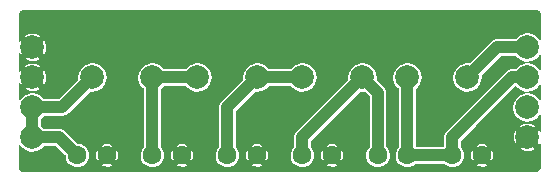
<source format=gbr>
%TF.GenerationSoftware,KiCad,Pcbnew,(6.0.0)*%
%TF.CreationDate,2022-01-14T09:56:19+02:00*%
%TF.ProjectId,uSDX_BPF,75534458-5f42-4504-962e-6b696361645f,rev?*%
%TF.SameCoordinates,Original*%
%TF.FileFunction,Copper,L2,Bot*%
%TF.FilePolarity,Positive*%
%FSLAX46Y46*%
G04 Gerber Fmt 4.6, Leading zero omitted, Abs format (unit mm)*
G04 Created by KiCad (PCBNEW (6.0.0)) date 2022-01-14 09:56:19*
%MOMM*%
%LPD*%
G01*
G04 APERTURE LIST*
%TA.AperFunction,ComponentPad*%
%ADD10C,1.600000*%
%TD*%
%TA.AperFunction,ComponentPad*%
%ADD11C,2.000000*%
%TD*%
%TA.AperFunction,ViaPad*%
%ADD12C,0.800000*%
%TD*%
%TA.AperFunction,Conductor*%
%ADD13C,1.000000*%
%TD*%
G04 APERTURE END LIST*
D10*
%TO.P,C6,2*%
%TO.N,GND*%
X93940000Y-45466000D03*
%TO.P,C6,1*%
%TO.N,Net-(C5-Pad1)*%
X91440000Y-45466000D03*
%TD*%
%TO.P,C5,2*%
%TO.N,Net-(C4-Pad1)*%
X85130000Y-45466000D03*
%TO.P,C5,1*%
%TO.N,Net-(C5-Pad1)*%
X87630000Y-45466000D03*
%TD*%
%TO.P,C4,2*%
%TO.N,GND*%
X81240000Y-45466000D03*
%TO.P,C4,1*%
%TO.N,Net-(C4-Pad1)*%
X78740000Y-45466000D03*
%TD*%
%TO.P,C3,2*%
%TO.N,GND*%
X74890000Y-45466000D03*
%TO.P,C3,1*%
%TO.N,Net-(C3-Pad1)*%
X72390000Y-45466000D03*
%TD*%
%TO.P,C2,2*%
%TO.N,GND*%
X68540000Y-45466000D03*
%TO.P,C2,1*%
%TO.N,Net-(C2-Pad1)*%
X66040000Y-45466000D03*
%TD*%
%TO.P,C1,2*%
%TO.N,GND*%
X62190000Y-45466000D03*
%TO.P,C1,1*%
%TO.N,Net-(C1-Pad1)*%
X59690000Y-45466000D03*
%TD*%
D11*
%TO.P,L4,2*%
%TO.N,Net-(L4-Pad2)*%
X92710000Y-38862000D03*
%TO.P,L4,1*%
%TO.N,Net-(C5-Pad1)*%
X87630000Y-38862000D03*
%TD*%
%TO.P,L3,2*%
%TO.N,Net-(C4-Pad1)*%
X83820000Y-38862000D03*
%TO.P,L3,1*%
%TO.N,Net-(C3-Pad1)*%
X78740000Y-38862000D03*
%TD*%
%TO.P,L2,2*%
%TO.N,Net-(C3-Pad1)*%
X74930000Y-38862000D03*
%TO.P,L2,1*%
%TO.N,Net-(C2-Pad1)*%
X69850000Y-38862000D03*
%TD*%
%TO.P,L1,2*%
%TO.N,Net-(C2-Pad1)*%
X66040000Y-38862000D03*
%TO.P,L1,1*%
%TO.N,Net-(C1-Pad1)*%
X60960000Y-38862000D03*
%TD*%
%TO.P,GND,1*%
%TO.N,GND*%
X55880000Y-36322000D03*
%TD*%
%TO.P, ,1*%
%TO.N,GND*%
X55880000Y-38862000D03*
%TD*%
%TO.P,ANT2,1*%
%TO.N,Net-(C1-Pad1)*%
X55880000Y-41402000D03*
%TD*%
%TO.P,ANT1,1*%
%TO.N,Net-(C1-Pad1)*%
X55880000Y-43942000D03*
%TD*%
%TO.P,+12V,1*%
%TO.N,Net-(L4-Pad2)*%
X97790000Y-36322000D03*
%TD*%
%TO.P,TX,1*%
%TO.N,Net-(C5-Pad1)*%
X97790000Y-38862000D03*
%TD*%
%TO.P,RX,1*%
%TO.N,Net-(C4-Pad1)*%
X97790000Y-41402000D03*
%TD*%
%TO.P,GND,1*%
%TO.N,GND*%
X97790000Y-43942000D03*
%TD*%
D12*
%TO.N,GND*%
X57912000Y-34798000D03*
X66548000Y-35052000D03*
X63500000Y-35052000D03*
X59944000Y-42672000D03*
X63500000Y-38862000D03*
X63500000Y-43180000D03*
X71120000Y-40386000D03*
X72390000Y-37846000D03*
X70612000Y-34544000D03*
X74422000Y-34544000D03*
X68072000Y-37084000D03*
X70358000Y-42672000D03*
X68072000Y-43180000D03*
X74168000Y-42672000D03*
X76708000Y-37084000D03*
X76962000Y-40640000D03*
X76708000Y-43434000D03*
X82296000Y-36830000D03*
X79756000Y-35814000D03*
X79756000Y-40640000D03*
X84582000Y-35052000D03*
X88138000Y-35052000D03*
X86360000Y-40894000D03*
X86360000Y-43180000D03*
X85852000Y-38100000D03*
X57912000Y-39878000D03*
X90678000Y-35560000D03*
X91694000Y-37084000D03*
X89154000Y-41402000D03*
X90170000Y-42672000D03*
X94488000Y-42672000D03*
X96012000Y-42672000D03*
X96012000Y-45212000D03*
X95758000Y-37846000D03*
X94488000Y-39116000D03*
X93472000Y-35052000D03*
X83566000Y-41910000D03*
X82296000Y-43180000D03*
%TD*%
D13*
%TO.N,Net-(C1-Pad1)*%
X55880000Y-41402000D02*
X55880000Y-43942000D01*
X58166000Y-43942000D02*
X59690000Y-45466000D01*
X55880000Y-43942000D02*
X58166000Y-43942000D01*
X58420000Y-41402000D02*
X60960000Y-38862000D01*
X55880000Y-41402000D02*
X58420000Y-41402000D01*
%TO.N,Net-(C2-Pad1)*%
X66040000Y-38862000D02*
X69850000Y-38862000D01*
X66040000Y-38862000D02*
X66040000Y-45466000D01*
%TO.N,Net-(C3-Pad1)*%
X72390000Y-41402000D02*
X74930000Y-38862000D01*
X72390000Y-45466000D02*
X72390000Y-41402000D01*
X74930000Y-38862000D02*
X78740000Y-38862000D01*
%TO.N,Net-(C4-Pad1)*%
X78740000Y-43942000D02*
X83820000Y-38862000D01*
X78740000Y-45466000D02*
X78740000Y-43942000D01*
X85130000Y-40172000D02*
X83820000Y-38862000D01*
X85130000Y-45466000D02*
X85130000Y-40172000D01*
%TO.N,Net-(C5-Pad1)*%
X87630000Y-38862000D02*
X87630000Y-45466000D01*
X91440000Y-45466000D02*
X91440000Y-43942000D01*
X91440000Y-43942000D02*
X96520000Y-38862000D01*
X96520000Y-38862000D02*
X97790000Y-38862000D01*
X87630000Y-45466000D02*
X91440000Y-45466000D01*
%TO.N,Net-(L4-Pad2)*%
X92710000Y-38862000D02*
X95250000Y-36322000D01*
X95250000Y-36322000D02*
X97790000Y-36322000D01*
%TD*%
%TA.AperFunction,Conductor*%
%TO.N,GND*%
G36*
X98538486Y-33171670D02*
G01*
X98545767Y-33173621D01*
X98545768Y-33173621D01*
X98552000Y-33175291D01*
X98558232Y-33173621D01*
X98564683Y-33173621D01*
X98564683Y-33173686D01*
X98574902Y-33173015D01*
X98638264Y-33181357D01*
X98650617Y-33184668D01*
X98725042Y-33215495D01*
X98736114Y-33221887D01*
X98800029Y-33270931D01*
X98809069Y-33279971D01*
X98858113Y-33343886D01*
X98864506Y-33354960D01*
X98895332Y-33429382D01*
X98898643Y-33441737D01*
X98906985Y-33505097D01*
X98906314Y-33515317D01*
X98906379Y-33515317D01*
X98906379Y-33521768D01*
X98904709Y-33528000D01*
X98906379Y-33534232D01*
X98906379Y-33534233D01*
X98908330Y-33541514D01*
X98910000Y-33554196D01*
X98910000Y-35668868D01*
X98895648Y-35703516D01*
X98861000Y-35717868D01*
X98826352Y-35703516D01*
X98819223Y-35694474D01*
X98818972Y-35694064D01*
X98817980Y-35692053D01*
X98765211Y-35621387D01*
X98687315Y-35517072D01*
X98687314Y-35517071D01*
X98685967Y-35515267D01*
X98523949Y-35365499D01*
X98337350Y-35247764D01*
X98256389Y-35215464D01*
X98134505Y-35166837D01*
X98134501Y-35166836D01*
X98132421Y-35166006D01*
X98130220Y-35165568D01*
X98130216Y-35165567D01*
X97988988Y-35137475D01*
X97916024Y-35122962D01*
X97810920Y-35121586D01*
X97697654Y-35120103D01*
X97697649Y-35120103D01*
X97695406Y-35120074D01*
X97693189Y-35120455D01*
X97693188Y-35120455D01*
X97626857Y-35131853D01*
X97477957Y-35157438D01*
X97475853Y-35158214D01*
X97475850Y-35158215D01*
X97273065Y-35233026D01*
X97273062Y-35233027D01*
X97270957Y-35233804D01*
X97269029Y-35234951D01*
X97269027Y-35234952D01*
X97083272Y-35345465D01*
X97081341Y-35346614D01*
X97079653Y-35348094D01*
X97079652Y-35348095D01*
X97058067Y-35367025D01*
X96915457Y-35492090D01*
X96828152Y-35602837D01*
X96795431Y-35621160D01*
X96789672Y-35621500D01*
X95276025Y-35621500D01*
X95272692Y-35621387D01*
X95225927Y-35618199D01*
X95213070Y-35617322D01*
X95153994Y-35627633D01*
X95148900Y-35628522D01*
X95146365Y-35628897D01*
X95081680Y-35636724D01*
X95078915Y-35637769D01*
X95078914Y-35637769D01*
X95068653Y-35641646D01*
X95059760Y-35644079D01*
X95056246Y-35644692D01*
X95046046Y-35646473D01*
X94986385Y-35672662D01*
X94984055Y-35673614D01*
X94943153Y-35689069D01*
X94925842Y-35695610D01*
X94925841Y-35695611D01*
X94923077Y-35696655D01*
X94920640Y-35698330D01*
X94920636Y-35698332D01*
X94911603Y-35704540D01*
X94903545Y-35709025D01*
X94893507Y-35713432D01*
X94893504Y-35713434D01*
X94890797Y-35714622D01*
X94886567Y-35717868D01*
X94839116Y-35754278D01*
X94837041Y-35755786D01*
X94798362Y-35782370D01*
X94783349Y-35792688D01*
X94781384Y-35794893D01*
X94781381Y-35794896D01*
X94740929Y-35840299D01*
X94738992Y-35842351D01*
X92923237Y-37658106D01*
X92888589Y-37672458D01*
X92879035Y-37671517D01*
X92836024Y-37662962D01*
X92734677Y-37661635D01*
X92617654Y-37660103D01*
X92617649Y-37660103D01*
X92615406Y-37660074D01*
X92613189Y-37660455D01*
X92613188Y-37660455D01*
X92548811Y-37671517D01*
X92397957Y-37697438D01*
X92395853Y-37698214D01*
X92395850Y-37698215D01*
X92193065Y-37773026D01*
X92193062Y-37773027D01*
X92190957Y-37773804D01*
X92189029Y-37774951D01*
X92189027Y-37774952D01*
X92003272Y-37885465D01*
X92001341Y-37886614D01*
X91999653Y-37888094D01*
X91999652Y-37888095D01*
X91978067Y-37907025D01*
X91835457Y-38032090D01*
X91834073Y-38033846D01*
X91834069Y-38033850D01*
X91727729Y-38168743D01*
X91698863Y-38205360D01*
X91697817Y-38207348D01*
X91614486Y-38365734D01*
X91596131Y-38400620D01*
X91530703Y-38611333D01*
X91530439Y-38613565D01*
X91530438Y-38613569D01*
X91521630Y-38687987D01*
X91504770Y-38830440D01*
X91519200Y-39050604D01*
X91519753Y-39052783D01*
X91519754Y-39052787D01*
X91543320Y-39145577D01*
X91573511Y-39264452D01*
X91574447Y-39266482D01*
X91574449Y-39266488D01*
X91664940Y-39462776D01*
X91665883Y-39464821D01*
X91793222Y-39645002D01*
X91811616Y-39662921D01*
X91949660Y-39797399D01*
X91949663Y-39797402D01*
X91951264Y-39798961D01*
X91953126Y-39800205D01*
X91953127Y-39800206D01*
X92126399Y-39915982D01*
X92134717Y-39921540D01*
X92337436Y-40008635D01*
X92366697Y-40015256D01*
X92550442Y-40056834D01*
X92550448Y-40056835D01*
X92552632Y-40057329D01*
X92645492Y-40060977D01*
X92770851Y-40065903D01*
X92770854Y-40065903D01*
X92773098Y-40065991D01*
X92775317Y-40065669D01*
X92775322Y-40065669D01*
X92904310Y-40046966D01*
X92991452Y-40034331D01*
X92993574Y-40033611D01*
X92993577Y-40033610D01*
X93135781Y-39985338D01*
X93200379Y-39963410D01*
X93222473Y-39951037D01*
X93390922Y-39856701D01*
X93390924Y-39856700D01*
X93392884Y-39855602D01*
X93402215Y-39847842D01*
X93560795Y-39715951D01*
X93562518Y-39714518D01*
X93607042Y-39660984D01*
X93702166Y-39546611D01*
X93702168Y-39546609D01*
X93703602Y-39544884D01*
X93745650Y-39469803D01*
X93810314Y-39354336D01*
X93811410Y-39352379D01*
X93882331Y-39143452D01*
X93913991Y-38925098D01*
X93915643Y-38862000D01*
X93899654Y-38687987D01*
X93910775Y-38652171D01*
X93913800Y-38648856D01*
X95525804Y-37036852D01*
X95560452Y-37022500D01*
X96789543Y-37022500D01*
X96824191Y-37036852D01*
X96829558Y-37043220D01*
X96871921Y-37103163D01*
X96871929Y-37103172D01*
X96873222Y-37105002D01*
X96874826Y-37106565D01*
X96874829Y-37106568D01*
X97029660Y-37257399D01*
X97029663Y-37257402D01*
X97031264Y-37258961D01*
X97033126Y-37260205D01*
X97033127Y-37260206D01*
X97206399Y-37375982D01*
X97214717Y-37381540D01*
X97417436Y-37468635D01*
X97446697Y-37475256D01*
X97630442Y-37516834D01*
X97630448Y-37516835D01*
X97632632Y-37517329D01*
X97725492Y-37520977D01*
X97850851Y-37525903D01*
X97850854Y-37525903D01*
X97853098Y-37525991D01*
X97855317Y-37525669D01*
X97855322Y-37525669D01*
X97962275Y-37510161D01*
X98071452Y-37494331D01*
X98073574Y-37493611D01*
X98073577Y-37493610D01*
X98215781Y-37445338D01*
X98280379Y-37423410D01*
X98302473Y-37411037D01*
X98470922Y-37316701D01*
X98470924Y-37316700D01*
X98472884Y-37315602D01*
X98497604Y-37295043D01*
X98640795Y-37175951D01*
X98642518Y-37174518D01*
X98751718Y-37043220D01*
X98782166Y-37006611D01*
X98782168Y-37006609D01*
X98783602Y-37004884D01*
X98818248Y-36943019D01*
X98847699Y-36919801D01*
X98884942Y-36924209D01*
X98908160Y-36953660D01*
X98910000Y-36966961D01*
X98910000Y-38208868D01*
X98895648Y-38243516D01*
X98861000Y-38257868D01*
X98826352Y-38243516D01*
X98819223Y-38234474D01*
X98818972Y-38234064D01*
X98817980Y-38232053D01*
X98765211Y-38161387D01*
X98687315Y-38057072D01*
X98687314Y-38057071D01*
X98685967Y-38055267D01*
X98523949Y-37905499D01*
X98337350Y-37787764D01*
X98256389Y-37755464D01*
X98134505Y-37706837D01*
X98134501Y-37706836D01*
X98132421Y-37706006D01*
X98130220Y-37705568D01*
X98130216Y-37705567D01*
X97984718Y-37676626D01*
X97916024Y-37662962D01*
X97810920Y-37661586D01*
X97697654Y-37660103D01*
X97697649Y-37660103D01*
X97695406Y-37660074D01*
X97693189Y-37660455D01*
X97693188Y-37660455D01*
X97628811Y-37671517D01*
X97477957Y-37697438D01*
X97475853Y-37698214D01*
X97475850Y-37698215D01*
X97273065Y-37773026D01*
X97273062Y-37773027D01*
X97270957Y-37773804D01*
X97269029Y-37774951D01*
X97269027Y-37774952D01*
X97083272Y-37885465D01*
X97081341Y-37886614D01*
X97079653Y-37888094D01*
X97079652Y-37888095D01*
X97058067Y-37907025D01*
X96915457Y-38032090D01*
X96828152Y-38142837D01*
X96795431Y-38161160D01*
X96789672Y-38161500D01*
X96546029Y-38161500D01*
X96542696Y-38161387D01*
X96539367Y-38161160D01*
X96483070Y-38157322D01*
X96423994Y-38167633D01*
X96418900Y-38168522D01*
X96416365Y-38168897D01*
X96351680Y-38176724D01*
X96348915Y-38177769D01*
X96348914Y-38177769D01*
X96338653Y-38181646D01*
X96329760Y-38184079D01*
X96318955Y-38185965D01*
X96318953Y-38185966D01*
X96316046Y-38186473D01*
X96313345Y-38187659D01*
X96313344Y-38187659D01*
X96256394Y-38212658D01*
X96254021Y-38213626D01*
X96193077Y-38236655D01*
X96190647Y-38238325D01*
X96190645Y-38238326D01*
X96181602Y-38244541D01*
X96173548Y-38249024D01*
X96160798Y-38254621D01*
X96153048Y-38260568D01*
X96109119Y-38294276D01*
X96107044Y-38295784D01*
X96053349Y-38332688D01*
X96051384Y-38334893D01*
X96051381Y-38334896D01*
X96010921Y-38380308D01*
X96008984Y-38382360D01*
X90963071Y-43428272D01*
X90960634Y-43430549D01*
X90917829Y-43467890D01*
X90915604Y-43469831D01*
X90878134Y-43523145D01*
X90876635Y-43525164D01*
X90836416Y-43576457D01*
X90830687Y-43589147D01*
X90826118Y-43597156D01*
X90819811Y-43606130D01*
X90819809Y-43606135D01*
X90818113Y-43608547D01*
X90817042Y-43611295D01*
X90794447Y-43669245D01*
X90793453Y-43671609D01*
X90767859Y-43728295D01*
X90766645Y-43730984D01*
X90764338Y-43743432D01*
X90764108Y-43744671D01*
X90761583Y-43753536D01*
X90756524Y-43766513D01*
X90756138Y-43769445D01*
X90748019Y-43831118D01*
X90747617Y-43833653D01*
X90735748Y-43897692D01*
X90735918Y-43900640D01*
X90739419Y-43961364D01*
X90739500Y-43964184D01*
X90739500Y-44716500D01*
X90725148Y-44751148D01*
X90690500Y-44765500D01*
X88379500Y-44765500D01*
X88344852Y-44751148D01*
X88330500Y-44716500D01*
X88330500Y-39863930D01*
X88344852Y-39829282D01*
X88348167Y-39826257D01*
X88349019Y-39825549D01*
X88482518Y-39714518D01*
X88527042Y-39660984D01*
X88622166Y-39546611D01*
X88622168Y-39546609D01*
X88623602Y-39544884D01*
X88665650Y-39469803D01*
X88730314Y-39354336D01*
X88731410Y-39352379D01*
X88802331Y-39143452D01*
X88833991Y-38925098D01*
X88835643Y-38862000D01*
X88832538Y-38828208D01*
X88815660Y-38644526D01*
X88815659Y-38644521D01*
X88815454Y-38642289D01*
X88774168Y-38495897D01*
X88756177Y-38432105D01*
X88756176Y-38432102D01*
X88755565Y-38429936D01*
X88731612Y-38381363D01*
X88672042Y-38260568D01*
X88657980Y-38232053D01*
X88525967Y-38055267D01*
X88363949Y-37905499D01*
X88177350Y-37787764D01*
X88096389Y-37755464D01*
X87974505Y-37706837D01*
X87974501Y-37706836D01*
X87972421Y-37706006D01*
X87970220Y-37705568D01*
X87970216Y-37705567D01*
X87824718Y-37676626D01*
X87756024Y-37662962D01*
X87650920Y-37661586D01*
X87537654Y-37660103D01*
X87537649Y-37660103D01*
X87535406Y-37660074D01*
X87533189Y-37660455D01*
X87533188Y-37660455D01*
X87468811Y-37671517D01*
X87317957Y-37697438D01*
X87315853Y-37698214D01*
X87315850Y-37698215D01*
X87113065Y-37773026D01*
X87113062Y-37773027D01*
X87110957Y-37773804D01*
X87109029Y-37774951D01*
X87109027Y-37774952D01*
X86923272Y-37885465D01*
X86921341Y-37886614D01*
X86919653Y-37888094D01*
X86919652Y-37888095D01*
X86898067Y-37907025D01*
X86755457Y-38032090D01*
X86754073Y-38033846D01*
X86754069Y-38033850D01*
X86647729Y-38168743D01*
X86618863Y-38205360D01*
X86617817Y-38207348D01*
X86534486Y-38365734D01*
X86516131Y-38400620D01*
X86450703Y-38611333D01*
X86450439Y-38613565D01*
X86450438Y-38613569D01*
X86441630Y-38687987D01*
X86424770Y-38830440D01*
X86439200Y-39050604D01*
X86439753Y-39052783D01*
X86439754Y-39052787D01*
X86463320Y-39145577D01*
X86493511Y-39264452D01*
X86494447Y-39266482D01*
X86494449Y-39266488D01*
X86584940Y-39462776D01*
X86585883Y-39464821D01*
X86713222Y-39645002D01*
X86731616Y-39662921D01*
X86869660Y-39797399D01*
X86869663Y-39797402D01*
X86871264Y-39798961D01*
X86873126Y-39800205D01*
X86873127Y-39800206D01*
X86907723Y-39823322D01*
X86928558Y-39854504D01*
X86929500Y-39864064D01*
X86929500Y-44726421D01*
X86918036Y-44757917D01*
X86802020Y-44896180D01*
X86802017Y-44896184D01*
X86800480Y-44898016D01*
X86779817Y-44935602D01*
X86708494Y-45065338D01*
X86705956Y-45069954D01*
X86646628Y-45256978D01*
X86624757Y-45451963D01*
X86624957Y-45454345D01*
X86624957Y-45454349D01*
X86632966Y-45549723D01*
X86641175Y-45647483D01*
X86641835Y-45649784D01*
X86690513Y-45819542D01*
X86695258Y-45836091D01*
X86696352Y-45838220D01*
X86696353Y-45838222D01*
X86743628Y-45930208D01*
X86784944Y-46010601D01*
X86906818Y-46164369D01*
X86908644Y-46165923D01*
X86908645Y-46165924D01*
X87049790Y-46286047D01*
X87056238Y-46291535D01*
X87227513Y-46387257D01*
X87259305Y-46397587D01*
X87411836Y-46447148D01*
X87411840Y-46447149D01*
X87414118Y-46447889D01*
X87608946Y-46471121D01*
X87804576Y-46456068D01*
X87993556Y-46403303D01*
X87995685Y-46402228D01*
X87995689Y-46402226D01*
X88119692Y-46339587D01*
X88168689Y-46314837D01*
X88323303Y-46194040D01*
X88324871Y-46192224D01*
X88324872Y-46192223D01*
X88332416Y-46183483D01*
X88369509Y-46166500D01*
X90701294Y-46166500D01*
X90733052Y-46178185D01*
X90753416Y-46195516D01*
X90859790Y-46286047D01*
X90866238Y-46291535D01*
X91037513Y-46387257D01*
X91069305Y-46397587D01*
X91221836Y-46447148D01*
X91221840Y-46447149D01*
X91224118Y-46447889D01*
X91418946Y-46471121D01*
X91614576Y-46456068D01*
X91803556Y-46403303D01*
X91805685Y-46402228D01*
X91805689Y-46402226D01*
X91929692Y-46339587D01*
X91978689Y-46314837D01*
X92006716Y-46292940D01*
X93476308Y-46292940D01*
X93477524Y-46295876D01*
X93555735Y-46339587D01*
X93560106Y-46341497D01*
X93732732Y-46397587D01*
X93737399Y-46398612D01*
X93917629Y-46420104D01*
X93922393Y-46420204D01*
X94103379Y-46406278D01*
X94108069Y-46405451D01*
X94282903Y-46356637D01*
X94287339Y-46354917D01*
X94399801Y-46298107D01*
X94404667Y-46292450D01*
X94404458Y-46289668D01*
X93946893Y-45832103D01*
X93940000Y-45829248D01*
X93933107Y-45832103D01*
X93479163Y-46286047D01*
X93476308Y-46292940D01*
X92006716Y-46292940D01*
X92133303Y-46194040D01*
X92134871Y-46192224D01*
X92259938Y-46047332D01*
X92259942Y-46047327D01*
X92261509Y-46045511D01*
X92358425Y-45874909D01*
X92366048Y-45851995D01*
X92419602Y-45691004D01*
X92420358Y-45688732D01*
X92444949Y-45494071D01*
X92445341Y-45466000D01*
X92444268Y-45455057D01*
X92985696Y-45455057D01*
X93000886Y-45635936D01*
X93001746Y-45640624D01*
X93051778Y-45815110D01*
X93053533Y-45819542D01*
X93108048Y-45925616D01*
X93113739Y-45930442D01*
X93116582Y-45930208D01*
X93573897Y-45472893D01*
X93576752Y-45466000D01*
X94303248Y-45466000D01*
X94306103Y-45472893D01*
X94760040Y-45926830D01*
X94766933Y-45929685D01*
X94769932Y-45928443D01*
X94810883Y-45856356D01*
X94812825Y-45851995D01*
X94870119Y-45679762D01*
X94871175Y-45675116D01*
X94894054Y-45494008D01*
X94894244Y-45491284D01*
X94894578Y-45467371D01*
X94894463Y-45464636D01*
X94876650Y-45282965D01*
X94875726Y-45278296D01*
X94823261Y-45104524D01*
X94821442Y-45100112D01*
X94771746Y-45006646D01*
X94765990Y-45001901D01*
X94763024Y-45002186D01*
X94306103Y-45459107D01*
X94303248Y-45466000D01*
X93576752Y-45466000D01*
X93573897Y-45459107D01*
X93119911Y-45005121D01*
X93113018Y-45002266D01*
X93110144Y-45003456D01*
X93063748Y-45087848D01*
X93061872Y-45092226D01*
X93006987Y-45265247D01*
X93005997Y-45269902D01*
X92985763Y-45450296D01*
X92985696Y-45455057D01*
X92444268Y-45455057D01*
X92426194Y-45270728D01*
X92388534Y-45145991D01*
X92370178Y-45085191D01*
X92370176Y-45085186D01*
X92369484Y-45082894D01*
X92277370Y-44909653D01*
X92252339Y-44878961D01*
X92154878Y-44759462D01*
X92153361Y-44757602D01*
X92153858Y-44757197D01*
X92140500Y-44724787D01*
X92140500Y-44639892D01*
X93475747Y-44639892D01*
X93476007Y-44642797D01*
X93933107Y-45099897D01*
X93940000Y-45102752D01*
X93946893Y-45099897D01*
X94131747Y-44915043D01*
X97180205Y-44915043D01*
X97181750Y-44918773D01*
X97237047Y-44955721D01*
X97240981Y-44957857D01*
X97431042Y-45039513D01*
X97435300Y-45040897D01*
X97637062Y-45086551D01*
X97641497Y-45087134D01*
X97848197Y-45095256D01*
X97852668Y-45095022D01*
X98057388Y-45065338D01*
X98061737Y-45064295D01*
X98257632Y-44997797D01*
X98261708Y-44995982D01*
X98396192Y-44920669D01*
X98400810Y-44914810D01*
X98400436Y-44911646D01*
X97796893Y-44308103D01*
X97790000Y-44305248D01*
X97783107Y-44308103D01*
X97183060Y-44908150D01*
X97180205Y-44915043D01*
X94131747Y-44915043D01*
X94400956Y-44645834D01*
X94403811Y-44638941D01*
X94402646Y-44636128D01*
X94312027Y-44587131D01*
X94307636Y-44585285D01*
X94134232Y-44531607D01*
X94129571Y-44530650D01*
X93949047Y-44511676D01*
X93944274Y-44511643D01*
X93763516Y-44528094D01*
X93758824Y-44528990D01*
X93584705Y-44580235D01*
X93580277Y-44582024D01*
X93480532Y-44634170D01*
X93475747Y-44639892D01*
X92140500Y-44639892D01*
X92140500Y-44252452D01*
X92154852Y-44217804D01*
X92458646Y-43914010D01*
X96635616Y-43914010D01*
X96649145Y-44120423D01*
X96649847Y-44124853D01*
X96700766Y-44325350D01*
X96702256Y-44329559D01*
X96788861Y-44517418D01*
X96791105Y-44521303D01*
X96810482Y-44548721D01*
X96816792Y-44552703D01*
X96821051Y-44551739D01*
X97423897Y-43948893D01*
X97426752Y-43942000D01*
X97423897Y-43935107D01*
X96821524Y-43332734D01*
X96814631Y-43329879D01*
X96811915Y-43331004D01*
X96724036Y-43498035D01*
X96722320Y-43502177D01*
X96660978Y-43699729D01*
X96660046Y-43704113D01*
X96635733Y-43909536D01*
X96635616Y-43914010D01*
X92458646Y-43914010D01*
X93402702Y-42969954D01*
X97180084Y-42969954D01*
X97180579Y-42973369D01*
X97783107Y-43575897D01*
X97790000Y-43578752D01*
X97796893Y-43575897D01*
X98396651Y-42976139D01*
X98399506Y-42969246D01*
X98398078Y-42965797D01*
X98316227Y-42914153D01*
X98312237Y-42912120D01*
X98120101Y-42835464D01*
X98115813Y-42834195D01*
X97912929Y-42793839D01*
X97908478Y-42793371D01*
X97701633Y-42790662D01*
X97697167Y-42791014D01*
X97493296Y-42826046D01*
X97488976Y-42827203D01*
X97294899Y-42898802D01*
X97290861Y-42900728D01*
X97184547Y-42963978D01*
X97180084Y-42969954D01*
X93402702Y-42969954D01*
X96771835Y-39600822D01*
X96806483Y-39586470D01*
X96841131Y-39600822D01*
X96846498Y-39607190D01*
X96871921Y-39643163D01*
X96871929Y-39643172D01*
X96873222Y-39645002D01*
X96874826Y-39646565D01*
X96874829Y-39646568D01*
X97029660Y-39797399D01*
X97029663Y-39797402D01*
X97031264Y-39798961D01*
X97033126Y-39800205D01*
X97033127Y-39800206D01*
X97206399Y-39915982D01*
X97214717Y-39921540D01*
X97417436Y-40008635D01*
X97446697Y-40015256D01*
X97630442Y-40056834D01*
X97630448Y-40056835D01*
X97632632Y-40057329D01*
X97725492Y-40060977D01*
X97850851Y-40065903D01*
X97850854Y-40065903D01*
X97853098Y-40065991D01*
X97855317Y-40065669D01*
X97855322Y-40065669D01*
X97984310Y-40046966D01*
X98071452Y-40034331D01*
X98073574Y-40033611D01*
X98073577Y-40033610D01*
X98215781Y-39985338D01*
X98280379Y-39963410D01*
X98302473Y-39951037D01*
X98470922Y-39856701D01*
X98470924Y-39856700D01*
X98472884Y-39855602D01*
X98482215Y-39847842D01*
X98640795Y-39715951D01*
X98642518Y-39714518D01*
X98687042Y-39660984D01*
X98782166Y-39546611D01*
X98782168Y-39546609D01*
X98783602Y-39544884D01*
X98818248Y-39483019D01*
X98847699Y-39459801D01*
X98884942Y-39464209D01*
X98908160Y-39493660D01*
X98910000Y-39506961D01*
X98910000Y-40748868D01*
X98895648Y-40783516D01*
X98861000Y-40797868D01*
X98826352Y-40783516D01*
X98819223Y-40774474D01*
X98818972Y-40774064D01*
X98817980Y-40772053D01*
X98815278Y-40768434D01*
X98687315Y-40597072D01*
X98687314Y-40597071D01*
X98685967Y-40595267D01*
X98523949Y-40445499D01*
X98337350Y-40327764D01*
X98300409Y-40313026D01*
X98134505Y-40246837D01*
X98134501Y-40246836D01*
X98132421Y-40246006D01*
X98130220Y-40245568D01*
X98130216Y-40245567D01*
X97988988Y-40217475D01*
X97916024Y-40202962D01*
X97810920Y-40201586D01*
X97697654Y-40200103D01*
X97697649Y-40200103D01*
X97695406Y-40200074D01*
X97693189Y-40200455D01*
X97693188Y-40200455D01*
X97626857Y-40211853D01*
X97477957Y-40237438D01*
X97475853Y-40238214D01*
X97475850Y-40238215D01*
X97273065Y-40313026D01*
X97273062Y-40313027D01*
X97270957Y-40313804D01*
X97269029Y-40314951D01*
X97269027Y-40314952D01*
X97247492Y-40327764D01*
X97081341Y-40426614D01*
X97079653Y-40428094D01*
X97079652Y-40428095D01*
X97017669Y-40482453D01*
X96915457Y-40572090D01*
X96914072Y-40573847D01*
X96914069Y-40573850D01*
X96828955Y-40681818D01*
X96778863Y-40745360D01*
X96676131Y-40940620D01*
X96610703Y-41151333D01*
X96610439Y-41153565D01*
X96610438Y-41153569D01*
X96602131Y-41223758D01*
X96584770Y-41370440D01*
X96599200Y-41590604D01*
X96653511Y-41804452D01*
X96654447Y-41806482D01*
X96654449Y-41806488D01*
X96744897Y-42002682D01*
X96745883Y-42004821D01*
X96873222Y-42185002D01*
X96874834Y-42186572D01*
X97029660Y-42337399D01*
X97029663Y-42337402D01*
X97031264Y-42338961D01*
X97033126Y-42340205D01*
X97033127Y-42340206D01*
X97117678Y-42396701D01*
X97214717Y-42461540D01*
X97417436Y-42548635D01*
X97481299Y-42563086D01*
X97630442Y-42596834D01*
X97630448Y-42596835D01*
X97632632Y-42597329D01*
X97725492Y-42600977D01*
X97850851Y-42605903D01*
X97850854Y-42605903D01*
X97853098Y-42605991D01*
X97855317Y-42605669D01*
X97855322Y-42605669D01*
X97962275Y-42590161D01*
X98071452Y-42574331D01*
X98073574Y-42573611D01*
X98073577Y-42573610D01*
X98181785Y-42536878D01*
X98280379Y-42503410D01*
X98302473Y-42491037D01*
X98470922Y-42396701D01*
X98470924Y-42396700D01*
X98472884Y-42395602D01*
X98508168Y-42366257D01*
X98640795Y-42255951D01*
X98642518Y-42254518D01*
X98649054Y-42246659D01*
X98782166Y-42086611D01*
X98782168Y-42086609D01*
X98783602Y-42084884D01*
X98786382Y-42079921D01*
X98818248Y-42023019D01*
X98847699Y-41999801D01*
X98884942Y-42004209D01*
X98908160Y-42033660D01*
X98910000Y-42046961D01*
X98910000Y-43402689D01*
X98895648Y-43437337D01*
X98861000Y-43451689D01*
X98826352Y-43437337D01*
X98817053Y-43424361D01*
X98775731Y-43340568D01*
X98773390Y-43336749D01*
X98771130Y-43333722D01*
X98764718Y-43329907D01*
X98760140Y-43331070D01*
X98156103Y-43935107D01*
X98153248Y-43942000D01*
X98156103Y-43948893D01*
X98757013Y-44549803D01*
X98763906Y-44552658D01*
X98766850Y-44551439D01*
X98818248Y-44459660D01*
X98847699Y-44436442D01*
X98884942Y-44440850D01*
X98908160Y-44470301D01*
X98910000Y-44483602D01*
X98910000Y-46471385D01*
X98909575Y-46471385D01*
X98909812Y-46471991D01*
X98908546Y-46476070D01*
X98909970Y-46482360D01*
X98909815Y-46486317D01*
X98910000Y-46487968D01*
X98910000Y-46495664D01*
X98909354Y-46503593D01*
X98899296Y-46564930D01*
X98895895Y-46576500D01*
X98862562Y-46653344D01*
X98856437Y-46663735D01*
X98805342Y-46730110D01*
X98796869Y-46738685D01*
X98731101Y-46790574D01*
X98720792Y-46796817D01*
X98644348Y-46831065D01*
X98632822Y-46834602D01*
X98616272Y-46837519D01*
X98567151Y-46846175D01*
X98556008Y-46845973D01*
X98550384Y-46846261D01*
X98544076Y-46844911D01*
X98535693Y-46847623D01*
X98520617Y-46850000D01*
X55145410Y-46850000D01*
X55133016Y-46848407D01*
X55123294Y-46845865D01*
X55123293Y-46845865D01*
X55117055Y-46844234D01*
X55110837Y-46845941D01*
X55104384Y-46845980D01*
X55104383Y-46845874D01*
X55094192Y-46846591D01*
X55045041Y-46840296D01*
X55029880Y-46838355D01*
X55017284Y-46834993D01*
X54942179Y-46803742D01*
X54930919Y-46797178D01*
X54897463Y-46771146D01*
X54866720Y-46747225D01*
X54857586Y-46737920D01*
X54808837Y-46672807D01*
X54802480Y-46661421D01*
X54772629Y-46585750D01*
X54769502Y-46573093D01*
X54768611Y-46564930D01*
X54762462Y-46508645D01*
X54763368Y-46498469D01*
X54763262Y-46498466D01*
X54763421Y-46492016D01*
X54765244Y-46485827D01*
X54761372Y-46469808D01*
X54760000Y-46458296D01*
X54760000Y-44591682D01*
X54774352Y-44557034D01*
X54809000Y-44542682D01*
X54843648Y-44557034D01*
X54849008Y-44563393D01*
X54963222Y-44725002D01*
X54995118Y-44756074D01*
X55119660Y-44877399D01*
X55119663Y-44877402D01*
X55121264Y-44878961D01*
X55123126Y-44880205D01*
X55123127Y-44880206D01*
X55296399Y-44995982D01*
X55304717Y-45001540D01*
X55507436Y-45088635D01*
X55536697Y-45095256D01*
X55720442Y-45136834D01*
X55720448Y-45136835D01*
X55722632Y-45137329D01*
X55815492Y-45140977D01*
X55940851Y-45145903D01*
X55940854Y-45145903D01*
X55943098Y-45145991D01*
X55945317Y-45145669D01*
X55945322Y-45145669D01*
X56052275Y-45130161D01*
X56161452Y-45114331D01*
X56163574Y-45113611D01*
X56163577Y-45113610D01*
X56305781Y-45065338D01*
X56370379Y-45043410D01*
X56441722Y-45003456D01*
X56560922Y-44936701D01*
X56560924Y-44936700D01*
X56562884Y-44935602D01*
X56587604Y-44915043D01*
X56730795Y-44795951D01*
X56732518Y-44794518D01*
X56844258Y-44660167D01*
X56877447Y-44642706D01*
X56881930Y-44642500D01*
X57855548Y-44642500D01*
X57890196Y-44656852D01*
X58672027Y-45438683D01*
X58686207Y-45469231D01*
X58701175Y-45647483D01*
X58701835Y-45649784D01*
X58750513Y-45819542D01*
X58755258Y-45836091D01*
X58756352Y-45838220D01*
X58756353Y-45838222D01*
X58803628Y-45930208D01*
X58844944Y-46010601D01*
X58966818Y-46164369D01*
X58968644Y-46165923D01*
X58968645Y-46165924D01*
X59109790Y-46286047D01*
X59116238Y-46291535D01*
X59287513Y-46387257D01*
X59319305Y-46397587D01*
X59471836Y-46447148D01*
X59471840Y-46447149D01*
X59474118Y-46447889D01*
X59668946Y-46471121D01*
X59864576Y-46456068D01*
X60053556Y-46403303D01*
X60055685Y-46402228D01*
X60055689Y-46402226D01*
X60179692Y-46339587D01*
X60228689Y-46314837D01*
X60256716Y-46292940D01*
X61726308Y-46292940D01*
X61727524Y-46295876D01*
X61805735Y-46339587D01*
X61810106Y-46341497D01*
X61982732Y-46397587D01*
X61987399Y-46398612D01*
X62167629Y-46420104D01*
X62172393Y-46420204D01*
X62353379Y-46406278D01*
X62358069Y-46405451D01*
X62532903Y-46356637D01*
X62537339Y-46354917D01*
X62649801Y-46298107D01*
X62654667Y-46292450D01*
X62654458Y-46289668D01*
X62196893Y-45832103D01*
X62190000Y-45829248D01*
X62183107Y-45832103D01*
X61729163Y-46286047D01*
X61726308Y-46292940D01*
X60256716Y-46292940D01*
X60383303Y-46194040D01*
X60384871Y-46192224D01*
X60509938Y-46047332D01*
X60509942Y-46047327D01*
X60511509Y-46045511D01*
X60608425Y-45874909D01*
X60616048Y-45851995D01*
X60669602Y-45691004D01*
X60670358Y-45688732D01*
X60694949Y-45494071D01*
X60695341Y-45466000D01*
X60694268Y-45455057D01*
X61235696Y-45455057D01*
X61250886Y-45635936D01*
X61251746Y-45640624D01*
X61301778Y-45815110D01*
X61303533Y-45819542D01*
X61358048Y-45925616D01*
X61363739Y-45930442D01*
X61366582Y-45930208D01*
X61823897Y-45472893D01*
X61826752Y-45466000D01*
X62553248Y-45466000D01*
X62556103Y-45472893D01*
X63010040Y-45926830D01*
X63016933Y-45929685D01*
X63019932Y-45928443D01*
X63060883Y-45856356D01*
X63062825Y-45851995D01*
X63120119Y-45679762D01*
X63121175Y-45675116D01*
X63144054Y-45494008D01*
X63144244Y-45491284D01*
X63144578Y-45467371D01*
X63144463Y-45464636D01*
X63126650Y-45282965D01*
X63125726Y-45278296D01*
X63073261Y-45104524D01*
X63071442Y-45100112D01*
X63021746Y-45006646D01*
X63015990Y-45001901D01*
X63013024Y-45002186D01*
X62556103Y-45459107D01*
X62553248Y-45466000D01*
X61826752Y-45466000D01*
X61823897Y-45459107D01*
X61369911Y-45005121D01*
X61363018Y-45002266D01*
X61360144Y-45003456D01*
X61313748Y-45087848D01*
X61311872Y-45092226D01*
X61256987Y-45265247D01*
X61255997Y-45269902D01*
X61235763Y-45450296D01*
X61235696Y-45455057D01*
X60694268Y-45455057D01*
X60676194Y-45270728D01*
X60638534Y-45145991D01*
X60620178Y-45085191D01*
X60620176Y-45085186D01*
X60619484Y-45082894D01*
X60527370Y-44909653D01*
X60502339Y-44878961D01*
X60404878Y-44759462D01*
X60403361Y-44757602D01*
X60261073Y-44639892D01*
X61725747Y-44639892D01*
X61726007Y-44642797D01*
X62183107Y-45099897D01*
X62190000Y-45102752D01*
X62196893Y-45099897D01*
X62650956Y-44645834D01*
X62653811Y-44638941D01*
X62652646Y-44636128D01*
X62562027Y-44587131D01*
X62557636Y-44585285D01*
X62384232Y-44531607D01*
X62379571Y-44530650D01*
X62199047Y-44511676D01*
X62194274Y-44511643D01*
X62013516Y-44528094D01*
X62008824Y-44528990D01*
X61834705Y-44580235D01*
X61830277Y-44582024D01*
X61730532Y-44634170D01*
X61725747Y-44639892D01*
X60261073Y-44639892D01*
X60252180Y-44632535D01*
X60104451Y-44552658D01*
X60081690Y-44540351D01*
X60081689Y-44540350D01*
X60079585Y-44539213D01*
X59892152Y-44481193D01*
X59889775Y-44480943D01*
X59889774Y-44480943D01*
X59868345Y-44478691D01*
X59697019Y-44460683D01*
X59695352Y-44460835D01*
X59661213Y-44446556D01*
X58679728Y-43465071D01*
X58677451Y-43462634D01*
X58640110Y-43419829D01*
X58638169Y-43417604D01*
X58584855Y-43380134D01*
X58582828Y-43378629D01*
X58534456Y-43340700D01*
X58531543Y-43338416D01*
X58518850Y-43332685D01*
X58510844Y-43328118D01*
X58501870Y-43321811D01*
X58501865Y-43321809D01*
X58499453Y-43320113D01*
X58465465Y-43306862D01*
X58438755Y-43296447D01*
X58436391Y-43295453D01*
X58379705Y-43269859D01*
X58379704Y-43269859D01*
X58377016Y-43268645D01*
X58363330Y-43266108D01*
X58354464Y-43263583D01*
X58344242Y-43259598D01*
X58344241Y-43259598D01*
X58341487Y-43258524D01*
X58338555Y-43258138D01*
X58276882Y-43250019D01*
X58274347Y-43249617D01*
X58250926Y-43245276D01*
X58210308Y-43237748D01*
X58146636Y-43241419D01*
X58143816Y-43241500D01*
X56879859Y-43241500D01*
X56845211Y-43227148D01*
X56840598Y-43221818D01*
X56777315Y-43137072D01*
X56777314Y-43137071D01*
X56775967Y-43135267D01*
X56613949Y-42985499D01*
X56612046Y-42984298D01*
X56603352Y-42978812D01*
X56581708Y-42948185D01*
X56580500Y-42937372D01*
X56580500Y-42403930D01*
X56594852Y-42369282D01*
X56598167Y-42366257D01*
X56730795Y-42255951D01*
X56732518Y-42254518D01*
X56844258Y-42120167D01*
X56877447Y-42102706D01*
X56881930Y-42102500D01*
X58393971Y-42102500D01*
X58397303Y-42102613D01*
X58456930Y-42106678D01*
X58521099Y-42095478D01*
X58523635Y-42095103D01*
X58588320Y-42087276D01*
X58594651Y-42084884D01*
X58601347Y-42082354D01*
X58610240Y-42079921D01*
X58621045Y-42078035D01*
X58621047Y-42078034D01*
X58623954Y-42077527D01*
X58683607Y-42051342D01*
X58685981Y-42050373D01*
X58695011Y-42046961D01*
X58746923Y-42027345D01*
X58749353Y-42025675D01*
X58749355Y-42025674D01*
X58758398Y-42019459D01*
X58766452Y-42014976D01*
X58779202Y-42009379D01*
X58830881Y-41969724D01*
X58832956Y-41968216D01*
X58884214Y-41932987D01*
X58886651Y-41931312D01*
X58888616Y-41929107D01*
X58888619Y-41929104D01*
X58929079Y-41883692D01*
X58931016Y-41881640D01*
X60744948Y-40067708D01*
X60779596Y-40053356D01*
X60790408Y-40054564D01*
X60800437Y-40056833D01*
X60800444Y-40056834D01*
X60802632Y-40057329D01*
X60895492Y-40060977D01*
X61020851Y-40065903D01*
X61020854Y-40065903D01*
X61023098Y-40065991D01*
X61025317Y-40065669D01*
X61025322Y-40065669D01*
X61154310Y-40046966D01*
X61241452Y-40034331D01*
X61243574Y-40033611D01*
X61243577Y-40033610D01*
X61385781Y-39985338D01*
X61450379Y-39963410D01*
X61472473Y-39951037D01*
X61640922Y-39856701D01*
X61640924Y-39856700D01*
X61642884Y-39855602D01*
X61652215Y-39847842D01*
X61810795Y-39715951D01*
X61812518Y-39714518D01*
X61857042Y-39660984D01*
X61952166Y-39546611D01*
X61952168Y-39546609D01*
X61953602Y-39544884D01*
X61995650Y-39469803D01*
X62060314Y-39354336D01*
X62061410Y-39352379D01*
X62132331Y-39143452D01*
X62163991Y-38925098D01*
X62165643Y-38862000D01*
X62162743Y-38830440D01*
X64834770Y-38830440D01*
X64849200Y-39050604D01*
X64849753Y-39052783D01*
X64849754Y-39052787D01*
X64873320Y-39145577D01*
X64903511Y-39264452D01*
X64904447Y-39266482D01*
X64904449Y-39266488D01*
X64994940Y-39462776D01*
X64995883Y-39464821D01*
X65123222Y-39645002D01*
X65141616Y-39662921D01*
X65279660Y-39797399D01*
X65279663Y-39797402D01*
X65281264Y-39798961D01*
X65283126Y-39800205D01*
X65283127Y-39800206D01*
X65317723Y-39823322D01*
X65338558Y-39854504D01*
X65339500Y-39864064D01*
X65339500Y-44726421D01*
X65328036Y-44757917D01*
X65212020Y-44896180D01*
X65212017Y-44896184D01*
X65210480Y-44898016D01*
X65189817Y-44935602D01*
X65118494Y-45065338D01*
X65115956Y-45069954D01*
X65056628Y-45256978D01*
X65034757Y-45451963D01*
X65034957Y-45454345D01*
X65034957Y-45454349D01*
X65042966Y-45549723D01*
X65051175Y-45647483D01*
X65051835Y-45649784D01*
X65100513Y-45819542D01*
X65105258Y-45836091D01*
X65106352Y-45838220D01*
X65106353Y-45838222D01*
X65153628Y-45930208D01*
X65194944Y-46010601D01*
X65316818Y-46164369D01*
X65318644Y-46165923D01*
X65318645Y-46165924D01*
X65459790Y-46286047D01*
X65466238Y-46291535D01*
X65637513Y-46387257D01*
X65669305Y-46397587D01*
X65821836Y-46447148D01*
X65821840Y-46447149D01*
X65824118Y-46447889D01*
X66018946Y-46471121D01*
X66214576Y-46456068D01*
X66403556Y-46403303D01*
X66405685Y-46402228D01*
X66405689Y-46402226D01*
X66529692Y-46339587D01*
X66578689Y-46314837D01*
X66606716Y-46292940D01*
X68076308Y-46292940D01*
X68077524Y-46295876D01*
X68155735Y-46339587D01*
X68160106Y-46341497D01*
X68332732Y-46397587D01*
X68337399Y-46398612D01*
X68517629Y-46420104D01*
X68522393Y-46420204D01*
X68703379Y-46406278D01*
X68708069Y-46405451D01*
X68882903Y-46356637D01*
X68887339Y-46354917D01*
X68999801Y-46298107D01*
X69004667Y-46292450D01*
X69004458Y-46289668D01*
X68546893Y-45832103D01*
X68540000Y-45829248D01*
X68533107Y-45832103D01*
X68079163Y-46286047D01*
X68076308Y-46292940D01*
X66606716Y-46292940D01*
X66733303Y-46194040D01*
X66734871Y-46192224D01*
X66859938Y-46047332D01*
X66859942Y-46047327D01*
X66861509Y-46045511D01*
X66958425Y-45874909D01*
X66966048Y-45851995D01*
X67019602Y-45691004D01*
X67020358Y-45688732D01*
X67044949Y-45494071D01*
X67045341Y-45466000D01*
X67044268Y-45455057D01*
X67585696Y-45455057D01*
X67600886Y-45635936D01*
X67601746Y-45640624D01*
X67651778Y-45815110D01*
X67653533Y-45819542D01*
X67708048Y-45925616D01*
X67713739Y-45930442D01*
X67716582Y-45930208D01*
X68173897Y-45472893D01*
X68176752Y-45466000D01*
X68903248Y-45466000D01*
X68906103Y-45472893D01*
X69360040Y-45926830D01*
X69366933Y-45929685D01*
X69369932Y-45928443D01*
X69410883Y-45856356D01*
X69412825Y-45851995D01*
X69470119Y-45679762D01*
X69471175Y-45675116D01*
X69494054Y-45494008D01*
X69494244Y-45491284D01*
X69494578Y-45467371D01*
X69494463Y-45464636D01*
X69493220Y-45451963D01*
X71384757Y-45451963D01*
X71384957Y-45454345D01*
X71384957Y-45454349D01*
X71392966Y-45549723D01*
X71401175Y-45647483D01*
X71401835Y-45649784D01*
X71450513Y-45819542D01*
X71455258Y-45836091D01*
X71456352Y-45838220D01*
X71456353Y-45838222D01*
X71503628Y-45930208D01*
X71544944Y-46010601D01*
X71666818Y-46164369D01*
X71668644Y-46165923D01*
X71668645Y-46165924D01*
X71809790Y-46286047D01*
X71816238Y-46291535D01*
X71987513Y-46387257D01*
X72019305Y-46397587D01*
X72171836Y-46447148D01*
X72171840Y-46447149D01*
X72174118Y-46447889D01*
X72368946Y-46471121D01*
X72564576Y-46456068D01*
X72753556Y-46403303D01*
X72755685Y-46402228D01*
X72755689Y-46402226D01*
X72879692Y-46339587D01*
X72928689Y-46314837D01*
X72956716Y-46292940D01*
X74426308Y-46292940D01*
X74427524Y-46295876D01*
X74505735Y-46339587D01*
X74510106Y-46341497D01*
X74682732Y-46397587D01*
X74687399Y-46398612D01*
X74867629Y-46420104D01*
X74872393Y-46420204D01*
X75053379Y-46406278D01*
X75058069Y-46405451D01*
X75232903Y-46356637D01*
X75237339Y-46354917D01*
X75349801Y-46298107D01*
X75354667Y-46292450D01*
X75354458Y-46289668D01*
X74896893Y-45832103D01*
X74890000Y-45829248D01*
X74883107Y-45832103D01*
X74429163Y-46286047D01*
X74426308Y-46292940D01*
X72956716Y-46292940D01*
X73083303Y-46194040D01*
X73084871Y-46192224D01*
X73209938Y-46047332D01*
X73209942Y-46047327D01*
X73211509Y-46045511D01*
X73308425Y-45874909D01*
X73316048Y-45851995D01*
X73369602Y-45691004D01*
X73370358Y-45688732D01*
X73394949Y-45494071D01*
X73395341Y-45466000D01*
X73394268Y-45455057D01*
X73935696Y-45455057D01*
X73950886Y-45635936D01*
X73951746Y-45640624D01*
X74001778Y-45815110D01*
X74003533Y-45819542D01*
X74058048Y-45925616D01*
X74063739Y-45930442D01*
X74066582Y-45930208D01*
X74523897Y-45472893D01*
X74526752Y-45466000D01*
X75253248Y-45466000D01*
X75256103Y-45472893D01*
X75710040Y-45926830D01*
X75716933Y-45929685D01*
X75719932Y-45928443D01*
X75760883Y-45856356D01*
X75762825Y-45851995D01*
X75820119Y-45679762D01*
X75821175Y-45675116D01*
X75844054Y-45494008D01*
X75844244Y-45491284D01*
X75844578Y-45467371D01*
X75844463Y-45464636D01*
X75843220Y-45451963D01*
X77734757Y-45451963D01*
X77734957Y-45454345D01*
X77734957Y-45454349D01*
X77742966Y-45549723D01*
X77751175Y-45647483D01*
X77751835Y-45649784D01*
X77800513Y-45819542D01*
X77805258Y-45836091D01*
X77806352Y-45838220D01*
X77806353Y-45838222D01*
X77853628Y-45930208D01*
X77894944Y-46010601D01*
X78016818Y-46164369D01*
X78018644Y-46165923D01*
X78018645Y-46165924D01*
X78159790Y-46286047D01*
X78166238Y-46291535D01*
X78337513Y-46387257D01*
X78369305Y-46397587D01*
X78521836Y-46447148D01*
X78521840Y-46447149D01*
X78524118Y-46447889D01*
X78718946Y-46471121D01*
X78914576Y-46456068D01*
X79103556Y-46403303D01*
X79105685Y-46402228D01*
X79105689Y-46402226D01*
X79229692Y-46339587D01*
X79278689Y-46314837D01*
X79306716Y-46292940D01*
X80776308Y-46292940D01*
X80777524Y-46295876D01*
X80855735Y-46339587D01*
X80860106Y-46341497D01*
X81032732Y-46397587D01*
X81037399Y-46398612D01*
X81217629Y-46420104D01*
X81222393Y-46420204D01*
X81403379Y-46406278D01*
X81408069Y-46405451D01*
X81582903Y-46356637D01*
X81587339Y-46354917D01*
X81699801Y-46298107D01*
X81704667Y-46292450D01*
X81704458Y-46289668D01*
X81246893Y-45832103D01*
X81240000Y-45829248D01*
X81233107Y-45832103D01*
X80779163Y-46286047D01*
X80776308Y-46292940D01*
X79306716Y-46292940D01*
X79433303Y-46194040D01*
X79434871Y-46192224D01*
X79559938Y-46047332D01*
X79559942Y-46047327D01*
X79561509Y-46045511D01*
X79658425Y-45874909D01*
X79666048Y-45851995D01*
X79719602Y-45691004D01*
X79720358Y-45688732D01*
X79744949Y-45494071D01*
X79745341Y-45466000D01*
X79744268Y-45455057D01*
X80285696Y-45455057D01*
X80300886Y-45635936D01*
X80301746Y-45640624D01*
X80351778Y-45815110D01*
X80353533Y-45819542D01*
X80408048Y-45925616D01*
X80413739Y-45930442D01*
X80416582Y-45930208D01*
X80873897Y-45472893D01*
X80876752Y-45466000D01*
X81603248Y-45466000D01*
X81606103Y-45472893D01*
X82060040Y-45926830D01*
X82066933Y-45929685D01*
X82069932Y-45928443D01*
X82110883Y-45856356D01*
X82112825Y-45851995D01*
X82170119Y-45679762D01*
X82171175Y-45675116D01*
X82194054Y-45494008D01*
X82194244Y-45491284D01*
X82194578Y-45467371D01*
X82194463Y-45464636D01*
X82176650Y-45282965D01*
X82175726Y-45278296D01*
X82123261Y-45104524D01*
X82121442Y-45100112D01*
X82071746Y-45006646D01*
X82065990Y-45001901D01*
X82063024Y-45002186D01*
X81606103Y-45459107D01*
X81603248Y-45466000D01*
X80876752Y-45466000D01*
X80873897Y-45459107D01*
X80419911Y-45005121D01*
X80413018Y-45002266D01*
X80410144Y-45003456D01*
X80363748Y-45087848D01*
X80361872Y-45092226D01*
X80306987Y-45265247D01*
X80305997Y-45269902D01*
X80285763Y-45450296D01*
X80285696Y-45455057D01*
X79744268Y-45455057D01*
X79726194Y-45270728D01*
X79688534Y-45145991D01*
X79670178Y-45085191D01*
X79670176Y-45085186D01*
X79669484Y-45082894D01*
X79577370Y-44909653D01*
X79552339Y-44878961D01*
X79454878Y-44759462D01*
X79453361Y-44757602D01*
X79453858Y-44757197D01*
X79440500Y-44724787D01*
X79440500Y-44639892D01*
X80775747Y-44639892D01*
X80776007Y-44642797D01*
X81233107Y-45099897D01*
X81240000Y-45102752D01*
X81246893Y-45099897D01*
X81700956Y-44645834D01*
X81703811Y-44638941D01*
X81702646Y-44636128D01*
X81612027Y-44587131D01*
X81607636Y-44585285D01*
X81434232Y-44531607D01*
X81429571Y-44530650D01*
X81249047Y-44511676D01*
X81244274Y-44511643D01*
X81063516Y-44528094D01*
X81058824Y-44528990D01*
X80884705Y-44580235D01*
X80880277Y-44582024D01*
X80780532Y-44634170D01*
X80775747Y-44639892D01*
X79440500Y-44639892D01*
X79440500Y-44252452D01*
X79454852Y-44217804D01*
X83604949Y-40067708D01*
X83639597Y-40053356D01*
X83650411Y-40054564D01*
X83660442Y-40056834D01*
X83660448Y-40056835D01*
X83662632Y-40057329D01*
X83744526Y-40060547D01*
X83880851Y-40065903D01*
X83880854Y-40065903D01*
X83883098Y-40065991D01*
X83885317Y-40065669D01*
X83885322Y-40065669D01*
X83990001Y-40050491D01*
X84026350Y-40059723D01*
X84031680Y-40064336D01*
X84415148Y-40447805D01*
X84429500Y-40482453D01*
X84429500Y-44726421D01*
X84418036Y-44757917D01*
X84302020Y-44896180D01*
X84302017Y-44896184D01*
X84300480Y-44898016D01*
X84279817Y-44935602D01*
X84208494Y-45065338D01*
X84205956Y-45069954D01*
X84146628Y-45256978D01*
X84124757Y-45451963D01*
X84124957Y-45454345D01*
X84124957Y-45454349D01*
X84132966Y-45549723D01*
X84141175Y-45647483D01*
X84141835Y-45649784D01*
X84190513Y-45819542D01*
X84195258Y-45836091D01*
X84196352Y-45838220D01*
X84196353Y-45838222D01*
X84243628Y-45930208D01*
X84284944Y-46010601D01*
X84406818Y-46164369D01*
X84408644Y-46165923D01*
X84408645Y-46165924D01*
X84549790Y-46286047D01*
X84556238Y-46291535D01*
X84727513Y-46387257D01*
X84759305Y-46397587D01*
X84911836Y-46447148D01*
X84911840Y-46447149D01*
X84914118Y-46447889D01*
X85108946Y-46471121D01*
X85304576Y-46456068D01*
X85493556Y-46403303D01*
X85495685Y-46402228D01*
X85495689Y-46402226D01*
X85619692Y-46339587D01*
X85668689Y-46314837D01*
X85823303Y-46194040D01*
X85824871Y-46192224D01*
X85949938Y-46047332D01*
X85949942Y-46047327D01*
X85951509Y-46045511D01*
X86048425Y-45874909D01*
X86056048Y-45851995D01*
X86109602Y-45691004D01*
X86110358Y-45688732D01*
X86134949Y-45494071D01*
X86135341Y-45466000D01*
X86116194Y-45270728D01*
X86078534Y-45145991D01*
X86060178Y-45085191D01*
X86060176Y-45085186D01*
X86059484Y-45082894D01*
X85967370Y-44909653D01*
X85942339Y-44878961D01*
X85844878Y-44759462D01*
X85843361Y-44757602D01*
X85843858Y-44757197D01*
X85830500Y-44724787D01*
X85830500Y-40198029D01*
X85830613Y-40194696D01*
X85834477Y-40138018D01*
X85834678Y-40135070D01*
X85823479Y-40070898D01*
X85823104Y-40068361D01*
X85815631Y-40006614D01*
X85815276Y-40003680D01*
X85814233Y-40000919D01*
X85814231Y-40000912D01*
X85810355Y-39990656D01*
X85807921Y-39981759D01*
X85806037Y-39970961D01*
X85806036Y-39970958D01*
X85805528Y-39968047D01*
X85779340Y-39908387D01*
X85778371Y-39906013D01*
X85756390Y-39847842D01*
X85756389Y-39847841D01*
X85755345Y-39845077D01*
X85747462Y-39833607D01*
X85742977Y-39825549D01*
X85738568Y-39815505D01*
X85738565Y-39815500D01*
X85737379Y-39812798D01*
X85697724Y-39761119D01*
X85696216Y-39759044D01*
X85660987Y-39707786D01*
X85659312Y-39705349D01*
X85657107Y-39703384D01*
X85657104Y-39703381D01*
X85611692Y-39662921D01*
X85609640Y-39660984D01*
X85022336Y-39073680D01*
X85007984Y-39039032D01*
X85008491Y-39032001D01*
X85023784Y-38926527D01*
X85023784Y-38926524D01*
X85023991Y-38925098D01*
X85025643Y-38862000D01*
X85022538Y-38828208D01*
X85005660Y-38644526D01*
X85005659Y-38644521D01*
X85005454Y-38642289D01*
X84964168Y-38495897D01*
X84946177Y-38432105D01*
X84946176Y-38432102D01*
X84945565Y-38429936D01*
X84921612Y-38381363D01*
X84862042Y-38260568D01*
X84847980Y-38232053D01*
X84715967Y-38055267D01*
X84553949Y-37905499D01*
X84367350Y-37787764D01*
X84286389Y-37755464D01*
X84164505Y-37706837D01*
X84164501Y-37706836D01*
X84162421Y-37706006D01*
X84160220Y-37705568D01*
X84160216Y-37705567D01*
X84014718Y-37676626D01*
X83946024Y-37662962D01*
X83840920Y-37661586D01*
X83727654Y-37660103D01*
X83727649Y-37660103D01*
X83725406Y-37660074D01*
X83723189Y-37660455D01*
X83723188Y-37660455D01*
X83658811Y-37671517D01*
X83507957Y-37697438D01*
X83505853Y-37698214D01*
X83505850Y-37698215D01*
X83303065Y-37773026D01*
X83303062Y-37773027D01*
X83300957Y-37773804D01*
X83299029Y-37774951D01*
X83299027Y-37774952D01*
X83113272Y-37885465D01*
X83111341Y-37886614D01*
X83109653Y-37888094D01*
X83109652Y-37888095D01*
X83088067Y-37907025D01*
X82945457Y-38032090D01*
X82944073Y-38033846D01*
X82944069Y-38033850D01*
X82837729Y-38168743D01*
X82808863Y-38205360D01*
X82807817Y-38207348D01*
X82724486Y-38365734D01*
X82706131Y-38400620D01*
X82640703Y-38611333D01*
X82640439Y-38613565D01*
X82640438Y-38613569D01*
X82631630Y-38687987D01*
X82614770Y-38830440D01*
X82616744Y-38860550D01*
X82628458Y-39039280D01*
X82614211Y-39077133D01*
X78263071Y-43428272D01*
X78260634Y-43430549D01*
X78217829Y-43467890D01*
X78215604Y-43469831D01*
X78178134Y-43523145D01*
X78176635Y-43525164D01*
X78136416Y-43576457D01*
X78130687Y-43589147D01*
X78126118Y-43597156D01*
X78119811Y-43606130D01*
X78119809Y-43606135D01*
X78118113Y-43608547D01*
X78117042Y-43611295D01*
X78094447Y-43669245D01*
X78093453Y-43671609D01*
X78067859Y-43728295D01*
X78066645Y-43730984D01*
X78064338Y-43743432D01*
X78064108Y-43744671D01*
X78061583Y-43753536D01*
X78056524Y-43766513D01*
X78056138Y-43769445D01*
X78048019Y-43831118D01*
X78047617Y-43833653D01*
X78035748Y-43897692D01*
X78035918Y-43900640D01*
X78039419Y-43961364D01*
X78039500Y-43964184D01*
X78039500Y-44726421D01*
X78028036Y-44757917D01*
X77912020Y-44896180D01*
X77912017Y-44896184D01*
X77910480Y-44898016D01*
X77889817Y-44935602D01*
X77818494Y-45065338D01*
X77815956Y-45069954D01*
X77756628Y-45256978D01*
X77734757Y-45451963D01*
X75843220Y-45451963D01*
X75826650Y-45282965D01*
X75825726Y-45278296D01*
X75773261Y-45104524D01*
X75771442Y-45100112D01*
X75721746Y-45006646D01*
X75715990Y-45001901D01*
X75713024Y-45002186D01*
X75256103Y-45459107D01*
X75253248Y-45466000D01*
X74526752Y-45466000D01*
X74523897Y-45459107D01*
X74069911Y-45005121D01*
X74063018Y-45002266D01*
X74060144Y-45003456D01*
X74013748Y-45087848D01*
X74011872Y-45092226D01*
X73956987Y-45265247D01*
X73955997Y-45269902D01*
X73935763Y-45450296D01*
X73935696Y-45455057D01*
X73394268Y-45455057D01*
X73376194Y-45270728D01*
X73338534Y-45145991D01*
X73320178Y-45085191D01*
X73320176Y-45085186D01*
X73319484Y-45082894D01*
X73227370Y-44909653D01*
X73202339Y-44878961D01*
X73104878Y-44759462D01*
X73103361Y-44757602D01*
X73103858Y-44757197D01*
X73090500Y-44724787D01*
X73090500Y-44639892D01*
X74425747Y-44639892D01*
X74426007Y-44642797D01*
X74883107Y-45099897D01*
X74890000Y-45102752D01*
X74896893Y-45099897D01*
X75350956Y-44645834D01*
X75353811Y-44638941D01*
X75352646Y-44636128D01*
X75262027Y-44587131D01*
X75257636Y-44585285D01*
X75084232Y-44531607D01*
X75079571Y-44530650D01*
X74899047Y-44511676D01*
X74894274Y-44511643D01*
X74713516Y-44528094D01*
X74708824Y-44528990D01*
X74534705Y-44580235D01*
X74530277Y-44582024D01*
X74430532Y-44634170D01*
X74425747Y-44639892D01*
X73090500Y-44639892D01*
X73090500Y-41712452D01*
X73104852Y-41677804D01*
X74714948Y-40067708D01*
X74749596Y-40053356D01*
X74760408Y-40054564D01*
X74770437Y-40056833D01*
X74770444Y-40056834D01*
X74772632Y-40057329D01*
X74865492Y-40060977D01*
X74990851Y-40065903D01*
X74990854Y-40065903D01*
X74993098Y-40065991D01*
X74995317Y-40065669D01*
X74995322Y-40065669D01*
X75124310Y-40046966D01*
X75211452Y-40034331D01*
X75213574Y-40033611D01*
X75213577Y-40033610D01*
X75355781Y-39985338D01*
X75420379Y-39963410D01*
X75442473Y-39951037D01*
X75610922Y-39856701D01*
X75610924Y-39856700D01*
X75612884Y-39855602D01*
X75622215Y-39847842D01*
X75780795Y-39715951D01*
X75782518Y-39714518D01*
X75894258Y-39580167D01*
X75927447Y-39562706D01*
X75931930Y-39562500D01*
X77739543Y-39562500D01*
X77774191Y-39576852D01*
X77779558Y-39583220D01*
X77821921Y-39643163D01*
X77821929Y-39643172D01*
X77823222Y-39645002D01*
X77824826Y-39646565D01*
X77824829Y-39646568D01*
X77979660Y-39797399D01*
X77979663Y-39797402D01*
X77981264Y-39798961D01*
X77983126Y-39800205D01*
X77983127Y-39800206D01*
X78156399Y-39915982D01*
X78164717Y-39921540D01*
X78367436Y-40008635D01*
X78396697Y-40015256D01*
X78580442Y-40056834D01*
X78580448Y-40056835D01*
X78582632Y-40057329D01*
X78675492Y-40060977D01*
X78800851Y-40065903D01*
X78800854Y-40065903D01*
X78803098Y-40065991D01*
X78805317Y-40065669D01*
X78805322Y-40065669D01*
X78934310Y-40046966D01*
X79021452Y-40034331D01*
X79023574Y-40033611D01*
X79023577Y-40033610D01*
X79165781Y-39985338D01*
X79230379Y-39963410D01*
X79252473Y-39951037D01*
X79420922Y-39856701D01*
X79420924Y-39856700D01*
X79422884Y-39855602D01*
X79432215Y-39847842D01*
X79590795Y-39715951D01*
X79592518Y-39714518D01*
X79637042Y-39660984D01*
X79732166Y-39546611D01*
X79732168Y-39546609D01*
X79733602Y-39544884D01*
X79775650Y-39469803D01*
X79840314Y-39354336D01*
X79841410Y-39352379D01*
X79912331Y-39143452D01*
X79943991Y-38925098D01*
X79945643Y-38862000D01*
X79942538Y-38828208D01*
X79925660Y-38644526D01*
X79925659Y-38644521D01*
X79925454Y-38642289D01*
X79884168Y-38495897D01*
X79866177Y-38432105D01*
X79866176Y-38432102D01*
X79865565Y-38429936D01*
X79841612Y-38381363D01*
X79782042Y-38260568D01*
X79767980Y-38232053D01*
X79635967Y-38055267D01*
X79473949Y-37905499D01*
X79287350Y-37787764D01*
X79206389Y-37755464D01*
X79084505Y-37706837D01*
X79084501Y-37706836D01*
X79082421Y-37706006D01*
X79080220Y-37705568D01*
X79080216Y-37705567D01*
X78934718Y-37676626D01*
X78866024Y-37662962D01*
X78760920Y-37661586D01*
X78647654Y-37660103D01*
X78647649Y-37660103D01*
X78645406Y-37660074D01*
X78643189Y-37660455D01*
X78643188Y-37660455D01*
X78578811Y-37671517D01*
X78427957Y-37697438D01*
X78425853Y-37698214D01*
X78425850Y-37698215D01*
X78223065Y-37773026D01*
X78223062Y-37773027D01*
X78220957Y-37773804D01*
X78219029Y-37774951D01*
X78219027Y-37774952D01*
X78033272Y-37885465D01*
X78031341Y-37886614D01*
X78029653Y-37888094D01*
X78029652Y-37888095D01*
X78008067Y-37907025D01*
X77865457Y-38032090D01*
X77778152Y-38142837D01*
X77745431Y-38161160D01*
X77739672Y-38161500D01*
X75929859Y-38161500D01*
X75895211Y-38147148D01*
X75890598Y-38141818D01*
X75827315Y-38057072D01*
X75827314Y-38057071D01*
X75825967Y-38055267D01*
X75663949Y-37905499D01*
X75477350Y-37787764D01*
X75396389Y-37755464D01*
X75274505Y-37706837D01*
X75274501Y-37706836D01*
X75272421Y-37706006D01*
X75270220Y-37705568D01*
X75270216Y-37705567D01*
X75124718Y-37676626D01*
X75056024Y-37662962D01*
X74950920Y-37661586D01*
X74837654Y-37660103D01*
X74837649Y-37660103D01*
X74835406Y-37660074D01*
X74833189Y-37660455D01*
X74833188Y-37660455D01*
X74768811Y-37671517D01*
X74617957Y-37697438D01*
X74615853Y-37698214D01*
X74615850Y-37698215D01*
X74413065Y-37773026D01*
X74413062Y-37773027D01*
X74410957Y-37773804D01*
X74409029Y-37774951D01*
X74409027Y-37774952D01*
X74223272Y-37885465D01*
X74221341Y-37886614D01*
X74219653Y-37888094D01*
X74219652Y-37888095D01*
X74198067Y-37907025D01*
X74055457Y-38032090D01*
X74054073Y-38033846D01*
X74054069Y-38033850D01*
X73947729Y-38168743D01*
X73918863Y-38205360D01*
X73917817Y-38207348D01*
X73834486Y-38365734D01*
X73816131Y-38400620D01*
X73750703Y-38611333D01*
X73750439Y-38613565D01*
X73750438Y-38613569D01*
X73741630Y-38687987D01*
X73724770Y-38830440D01*
X73730706Y-38920998D01*
X73738458Y-39039279D01*
X73724211Y-39077132D01*
X71913071Y-40888272D01*
X71910634Y-40890549D01*
X71865604Y-40929831D01*
X71828134Y-40983145D01*
X71826635Y-40985164D01*
X71786416Y-41036457D01*
X71780687Y-41049147D01*
X71776118Y-41057156D01*
X71769811Y-41066130D01*
X71769809Y-41066135D01*
X71768113Y-41068547D01*
X71767042Y-41071295D01*
X71744447Y-41129245D01*
X71743453Y-41131609D01*
X71734548Y-41151333D01*
X71716645Y-41190984D01*
X71714338Y-41203432D01*
X71714108Y-41204671D01*
X71711583Y-41213536D01*
X71706524Y-41226513D01*
X71706138Y-41229445D01*
X71698019Y-41291118D01*
X71697617Y-41293653D01*
X71685748Y-41357692D01*
X71685918Y-41360640D01*
X71689419Y-41421364D01*
X71689500Y-41424184D01*
X71689500Y-44726421D01*
X71678036Y-44757917D01*
X71562020Y-44896180D01*
X71562017Y-44896184D01*
X71560480Y-44898016D01*
X71539817Y-44935602D01*
X71468494Y-45065338D01*
X71465956Y-45069954D01*
X71406628Y-45256978D01*
X71384757Y-45451963D01*
X69493220Y-45451963D01*
X69476650Y-45282965D01*
X69475726Y-45278296D01*
X69423261Y-45104524D01*
X69421442Y-45100112D01*
X69371746Y-45006646D01*
X69365990Y-45001901D01*
X69363024Y-45002186D01*
X68906103Y-45459107D01*
X68903248Y-45466000D01*
X68176752Y-45466000D01*
X68173897Y-45459107D01*
X67719911Y-45005121D01*
X67713018Y-45002266D01*
X67710144Y-45003456D01*
X67663748Y-45087848D01*
X67661872Y-45092226D01*
X67606987Y-45265247D01*
X67605997Y-45269902D01*
X67585763Y-45450296D01*
X67585696Y-45455057D01*
X67044268Y-45455057D01*
X67026194Y-45270728D01*
X66988534Y-45145991D01*
X66970178Y-45085191D01*
X66970176Y-45085186D01*
X66969484Y-45082894D01*
X66877370Y-44909653D01*
X66852339Y-44878961D01*
X66754878Y-44759462D01*
X66753361Y-44757602D01*
X66753858Y-44757197D01*
X66740500Y-44724787D01*
X66740500Y-44639892D01*
X68075747Y-44639892D01*
X68076007Y-44642797D01*
X68533107Y-45099897D01*
X68540000Y-45102752D01*
X68546893Y-45099897D01*
X69000956Y-44645834D01*
X69003811Y-44638941D01*
X69002646Y-44636128D01*
X68912027Y-44587131D01*
X68907636Y-44585285D01*
X68734232Y-44531607D01*
X68729571Y-44530650D01*
X68549047Y-44511676D01*
X68544274Y-44511643D01*
X68363516Y-44528094D01*
X68358824Y-44528990D01*
X68184705Y-44580235D01*
X68180277Y-44582024D01*
X68080532Y-44634170D01*
X68075747Y-44639892D01*
X66740500Y-44639892D01*
X66740500Y-39863930D01*
X66754852Y-39829282D01*
X66758167Y-39826257D01*
X66759019Y-39825549D01*
X66892518Y-39714518D01*
X67004258Y-39580167D01*
X67037447Y-39562706D01*
X67041930Y-39562500D01*
X68849543Y-39562500D01*
X68884191Y-39576852D01*
X68889558Y-39583220D01*
X68931921Y-39643163D01*
X68931929Y-39643172D01*
X68933222Y-39645002D01*
X68934826Y-39646565D01*
X68934829Y-39646568D01*
X69089660Y-39797399D01*
X69089663Y-39797402D01*
X69091264Y-39798961D01*
X69093126Y-39800205D01*
X69093127Y-39800206D01*
X69266399Y-39915982D01*
X69274717Y-39921540D01*
X69477436Y-40008635D01*
X69506697Y-40015256D01*
X69690442Y-40056834D01*
X69690448Y-40056835D01*
X69692632Y-40057329D01*
X69785492Y-40060977D01*
X69910851Y-40065903D01*
X69910854Y-40065903D01*
X69913098Y-40065991D01*
X69915317Y-40065669D01*
X69915322Y-40065669D01*
X70044310Y-40046966D01*
X70131452Y-40034331D01*
X70133574Y-40033611D01*
X70133577Y-40033610D01*
X70275781Y-39985338D01*
X70340379Y-39963410D01*
X70362473Y-39951037D01*
X70530922Y-39856701D01*
X70530924Y-39856700D01*
X70532884Y-39855602D01*
X70542215Y-39847842D01*
X70700795Y-39715951D01*
X70702518Y-39714518D01*
X70747042Y-39660984D01*
X70842166Y-39546611D01*
X70842168Y-39546609D01*
X70843602Y-39544884D01*
X70885650Y-39469803D01*
X70950314Y-39354336D01*
X70951410Y-39352379D01*
X71022331Y-39143452D01*
X71053991Y-38925098D01*
X71055643Y-38862000D01*
X71052538Y-38828208D01*
X71035660Y-38644526D01*
X71035659Y-38644521D01*
X71035454Y-38642289D01*
X70994168Y-38495897D01*
X70976177Y-38432105D01*
X70976176Y-38432102D01*
X70975565Y-38429936D01*
X70951612Y-38381363D01*
X70892042Y-38260568D01*
X70877980Y-38232053D01*
X70745967Y-38055267D01*
X70583949Y-37905499D01*
X70397350Y-37787764D01*
X70316389Y-37755464D01*
X70194505Y-37706837D01*
X70194501Y-37706836D01*
X70192421Y-37706006D01*
X70190220Y-37705568D01*
X70190216Y-37705567D01*
X70044718Y-37676626D01*
X69976024Y-37662962D01*
X69870920Y-37661586D01*
X69757654Y-37660103D01*
X69757649Y-37660103D01*
X69755406Y-37660074D01*
X69753189Y-37660455D01*
X69753188Y-37660455D01*
X69688811Y-37671517D01*
X69537957Y-37697438D01*
X69535853Y-37698214D01*
X69535850Y-37698215D01*
X69333065Y-37773026D01*
X69333062Y-37773027D01*
X69330957Y-37773804D01*
X69329029Y-37774951D01*
X69329027Y-37774952D01*
X69143272Y-37885465D01*
X69141341Y-37886614D01*
X69139653Y-37888094D01*
X69139652Y-37888095D01*
X69118067Y-37907025D01*
X68975457Y-38032090D01*
X68888152Y-38142837D01*
X68855431Y-38161160D01*
X68849672Y-38161500D01*
X67039859Y-38161500D01*
X67005211Y-38147148D01*
X67000598Y-38141818D01*
X66937315Y-38057072D01*
X66937314Y-38057071D01*
X66935967Y-38055267D01*
X66773949Y-37905499D01*
X66587350Y-37787764D01*
X66506389Y-37755464D01*
X66384505Y-37706837D01*
X66384501Y-37706836D01*
X66382421Y-37706006D01*
X66380220Y-37705568D01*
X66380216Y-37705567D01*
X66234718Y-37676626D01*
X66166024Y-37662962D01*
X66060920Y-37661586D01*
X65947654Y-37660103D01*
X65947649Y-37660103D01*
X65945406Y-37660074D01*
X65943189Y-37660455D01*
X65943188Y-37660455D01*
X65878811Y-37671517D01*
X65727957Y-37697438D01*
X65725853Y-37698214D01*
X65725850Y-37698215D01*
X65523065Y-37773026D01*
X65523062Y-37773027D01*
X65520957Y-37773804D01*
X65519029Y-37774951D01*
X65519027Y-37774952D01*
X65333272Y-37885465D01*
X65331341Y-37886614D01*
X65329653Y-37888094D01*
X65329652Y-37888095D01*
X65308067Y-37907025D01*
X65165457Y-38032090D01*
X65164073Y-38033846D01*
X65164069Y-38033850D01*
X65057729Y-38168743D01*
X65028863Y-38205360D01*
X65027817Y-38207348D01*
X64944486Y-38365734D01*
X64926131Y-38400620D01*
X64860703Y-38611333D01*
X64860439Y-38613565D01*
X64860438Y-38613569D01*
X64851630Y-38687987D01*
X64834770Y-38830440D01*
X62162743Y-38830440D01*
X62162538Y-38828208D01*
X62145660Y-38644526D01*
X62145659Y-38644521D01*
X62145454Y-38642289D01*
X62104168Y-38495897D01*
X62086177Y-38432105D01*
X62086176Y-38432102D01*
X62085565Y-38429936D01*
X62061612Y-38381363D01*
X62002042Y-38260568D01*
X61987980Y-38232053D01*
X61855967Y-38055267D01*
X61693949Y-37905499D01*
X61507350Y-37787764D01*
X61426389Y-37755464D01*
X61304505Y-37706837D01*
X61304501Y-37706836D01*
X61302421Y-37706006D01*
X61300220Y-37705568D01*
X61300216Y-37705567D01*
X61154718Y-37676626D01*
X61086024Y-37662962D01*
X60980920Y-37661586D01*
X60867654Y-37660103D01*
X60867649Y-37660103D01*
X60865406Y-37660074D01*
X60863189Y-37660455D01*
X60863188Y-37660455D01*
X60798811Y-37671517D01*
X60647957Y-37697438D01*
X60645853Y-37698214D01*
X60645850Y-37698215D01*
X60443065Y-37773026D01*
X60443062Y-37773027D01*
X60440957Y-37773804D01*
X60439029Y-37774951D01*
X60439027Y-37774952D01*
X60253272Y-37885465D01*
X60251341Y-37886614D01*
X60249653Y-37888094D01*
X60249652Y-37888095D01*
X60228067Y-37907025D01*
X60085457Y-38032090D01*
X60084073Y-38033846D01*
X60084069Y-38033850D01*
X59977729Y-38168743D01*
X59948863Y-38205360D01*
X59947817Y-38207348D01*
X59864486Y-38365734D01*
X59846131Y-38400620D01*
X59780703Y-38611333D01*
X59780439Y-38613565D01*
X59780438Y-38613569D01*
X59771630Y-38687987D01*
X59754770Y-38830440D01*
X59760706Y-38920998D01*
X59768458Y-39039279D01*
X59754211Y-39077132D01*
X58144195Y-40687148D01*
X58109547Y-40701500D01*
X56879859Y-40701500D01*
X56845211Y-40687148D01*
X56840598Y-40681818D01*
X56777315Y-40597072D01*
X56777314Y-40597071D01*
X56775967Y-40595267D01*
X56613949Y-40445499D01*
X56427350Y-40327764D01*
X56390409Y-40313026D01*
X56224505Y-40246837D01*
X56224501Y-40246836D01*
X56222421Y-40246006D01*
X56220220Y-40245568D01*
X56220216Y-40245567D01*
X56078988Y-40217475D01*
X56006024Y-40202962D01*
X55900920Y-40201586D01*
X55787654Y-40200103D01*
X55787649Y-40200103D01*
X55785406Y-40200074D01*
X55783189Y-40200455D01*
X55783188Y-40200455D01*
X55716857Y-40211853D01*
X55567957Y-40237438D01*
X55565853Y-40238214D01*
X55565850Y-40238215D01*
X55363065Y-40313026D01*
X55363062Y-40313027D01*
X55360957Y-40313804D01*
X55359029Y-40314951D01*
X55359027Y-40314952D01*
X55337492Y-40327764D01*
X55171341Y-40426614D01*
X55169653Y-40428094D01*
X55169652Y-40428095D01*
X55107669Y-40482453D01*
X55005457Y-40572090D01*
X55004072Y-40573847D01*
X55004069Y-40573850D01*
X54918955Y-40681818D01*
X54868863Y-40745360D01*
X54867817Y-40747348D01*
X54852364Y-40776719D01*
X54823530Y-40800700D01*
X54786185Y-40797268D01*
X54762204Y-40768434D01*
X54760000Y-40753904D01*
X54760000Y-39835043D01*
X55270205Y-39835043D01*
X55271750Y-39838773D01*
X55327047Y-39875721D01*
X55330981Y-39877857D01*
X55521042Y-39959513D01*
X55525300Y-39960897D01*
X55727062Y-40006551D01*
X55731497Y-40007134D01*
X55938197Y-40015256D01*
X55942668Y-40015022D01*
X56147388Y-39985338D01*
X56151737Y-39984295D01*
X56347632Y-39917797D01*
X56351708Y-39915982D01*
X56486192Y-39840669D01*
X56490810Y-39834810D01*
X56490436Y-39831646D01*
X55886893Y-39228103D01*
X55880000Y-39225248D01*
X55873107Y-39228103D01*
X55273060Y-39828150D01*
X55270205Y-39835043D01*
X54760000Y-39835043D01*
X54760000Y-39402917D01*
X54774352Y-39368269D01*
X54809000Y-39353917D01*
X54843648Y-39368269D01*
X54853499Y-39382403D01*
X54878861Y-39437418D01*
X54881105Y-39441303D01*
X54900482Y-39468721D01*
X54906792Y-39472703D01*
X54911051Y-39471739D01*
X55513897Y-38868893D01*
X55516752Y-38862000D01*
X56243248Y-38862000D01*
X56246103Y-38868893D01*
X56847013Y-39469803D01*
X56853906Y-39472658D01*
X56856850Y-39471439D01*
X56933982Y-39333708D01*
X56935797Y-39329632D01*
X57002295Y-39133737D01*
X57003338Y-39129388D01*
X57033137Y-38923874D01*
X57033382Y-38920998D01*
X57034889Y-38863453D01*
X57034794Y-38860551D01*
X57015794Y-38653775D01*
X57014977Y-38649363D01*
X56958826Y-38450272D01*
X56957225Y-38446099D01*
X56865731Y-38260568D01*
X56863390Y-38256749D01*
X56861130Y-38253722D01*
X56854718Y-38249907D01*
X56850140Y-38251070D01*
X56246103Y-38855107D01*
X56243248Y-38862000D01*
X55516752Y-38862000D01*
X55513897Y-38855107D01*
X54911524Y-38252734D01*
X54904631Y-38249879D01*
X54901915Y-38251004D01*
X54852364Y-38345185D01*
X54823531Y-38369166D01*
X54786185Y-38365734D01*
X54762204Y-38336901D01*
X54760000Y-38322370D01*
X54760000Y-37889954D01*
X55270084Y-37889954D01*
X55270579Y-37893369D01*
X55873107Y-38495897D01*
X55880000Y-38498752D01*
X55886893Y-38495897D01*
X56486651Y-37896139D01*
X56489506Y-37889246D01*
X56488078Y-37885797D01*
X56406227Y-37834153D01*
X56402237Y-37832120D01*
X56210101Y-37755464D01*
X56205813Y-37754195D01*
X56002929Y-37713839D01*
X55998478Y-37713371D01*
X55791633Y-37710662D01*
X55787167Y-37711014D01*
X55583296Y-37746046D01*
X55578976Y-37747203D01*
X55384899Y-37818802D01*
X55380861Y-37820728D01*
X55274547Y-37883978D01*
X55270084Y-37889954D01*
X54760000Y-37889954D01*
X54760000Y-37295043D01*
X55270205Y-37295043D01*
X55271750Y-37298773D01*
X55327047Y-37335721D01*
X55330981Y-37337857D01*
X55521042Y-37419513D01*
X55525300Y-37420897D01*
X55727062Y-37466551D01*
X55731497Y-37467134D01*
X55938197Y-37475256D01*
X55942668Y-37475022D01*
X56147388Y-37445338D01*
X56151737Y-37444295D01*
X56347632Y-37377797D01*
X56351708Y-37375982D01*
X56486192Y-37300669D01*
X56490810Y-37294810D01*
X56490436Y-37291646D01*
X55886893Y-36688103D01*
X55880000Y-36685248D01*
X55873107Y-36688103D01*
X55273060Y-37288150D01*
X55270205Y-37295043D01*
X54760000Y-37295043D01*
X54760000Y-36862917D01*
X54774352Y-36828269D01*
X54809000Y-36813917D01*
X54843648Y-36828269D01*
X54853499Y-36842403D01*
X54878861Y-36897418D01*
X54881105Y-36901303D01*
X54900482Y-36928721D01*
X54906792Y-36932703D01*
X54911051Y-36931739D01*
X55513897Y-36328893D01*
X55516752Y-36322000D01*
X56243248Y-36322000D01*
X56246103Y-36328893D01*
X56847013Y-36929803D01*
X56853906Y-36932658D01*
X56856850Y-36931439D01*
X56933982Y-36793708D01*
X56935797Y-36789632D01*
X57002295Y-36593737D01*
X57003338Y-36589388D01*
X57033137Y-36383874D01*
X57033382Y-36380998D01*
X57034889Y-36323453D01*
X57034794Y-36320551D01*
X57015794Y-36113775D01*
X57014977Y-36109363D01*
X56958826Y-35910272D01*
X56957225Y-35906099D01*
X56865731Y-35720568D01*
X56863390Y-35716749D01*
X56861130Y-35713722D01*
X56854718Y-35709907D01*
X56850140Y-35711070D01*
X56246103Y-36315107D01*
X56243248Y-36322000D01*
X55516752Y-36322000D01*
X55513897Y-36315107D01*
X54911524Y-35712734D01*
X54904631Y-35709879D01*
X54901915Y-35711004D01*
X54852364Y-35805185D01*
X54823531Y-35829166D01*
X54786185Y-35825734D01*
X54762204Y-35796901D01*
X54760000Y-35782370D01*
X54760000Y-35349954D01*
X55270084Y-35349954D01*
X55270579Y-35353369D01*
X55873107Y-35955897D01*
X55880000Y-35958752D01*
X55886893Y-35955897D01*
X56486651Y-35356139D01*
X56489506Y-35349246D01*
X56488078Y-35345797D01*
X56406227Y-35294153D01*
X56402237Y-35292120D01*
X56210101Y-35215464D01*
X56205813Y-35214195D01*
X56002929Y-35173839D01*
X55998478Y-35173371D01*
X55791633Y-35170662D01*
X55787167Y-35171014D01*
X55583296Y-35206046D01*
X55578976Y-35207203D01*
X55384899Y-35278802D01*
X55380861Y-35280728D01*
X55274547Y-35343978D01*
X55270084Y-35349954D01*
X54760000Y-35349954D01*
X54760000Y-33554196D01*
X54761670Y-33541514D01*
X54763621Y-33534233D01*
X54763621Y-33534232D01*
X54765291Y-33528000D01*
X54763621Y-33521768D01*
X54763621Y-33515317D01*
X54763686Y-33515317D01*
X54763015Y-33505097D01*
X54771357Y-33441737D01*
X54774668Y-33429382D01*
X54805494Y-33354960D01*
X54811887Y-33343886D01*
X54860931Y-33279971D01*
X54869971Y-33270931D01*
X54933886Y-33221887D01*
X54944958Y-33215495D01*
X55019383Y-33184668D01*
X55031736Y-33181357D01*
X55095098Y-33173015D01*
X55105317Y-33173686D01*
X55105317Y-33173621D01*
X55111768Y-33173621D01*
X55118000Y-33175291D01*
X55124232Y-33173621D01*
X55124233Y-33173621D01*
X55131514Y-33171670D01*
X55144196Y-33170000D01*
X98525804Y-33170000D01*
X98538486Y-33171670D01*
G37*
%TD.AperFunction*%
%TD*%
M02*

</source>
